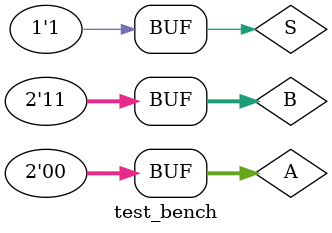
<source format=v>
`timescale 1ns / 1ps


module test_bench;

    reg [1:0]A, B;// bus inputs for 2 bit 2 to 1 muliplexer
    reg S; // selelct line for the MUX
    wire [1:0]Z; // output of the design

    MUX_2_bit_2_to_1 uut(
        .A(A),
        .B(B),
        .S(S),
        .Z(Z));// instentiation fo our design 
    
    initial begin //simulation start withtest cases
        A = 2'b00;
        B = 2'b11;
        S = 0; //case 1 in which bus one is slelected 
            #100 // 100 unit delay when 1 unit = 1ns
        A = 2'b01;
        B = 2'b10;
        S = 0; //2nd case
            #100
        A = 2'b10;
        B = 2'b01;
        S = 0;// 3rd case
            #100
        A = 2'b11;
        B = 2'b00;
        S = 0;//4th case
            #100
        A = 2'b11;
        B = 2'b00;
        S = 1;//5th case
            #100
        A = 2'b10;
        B = 2'b01;
        S = 1;//6th case
            #100
        A = 2'b01;
        B = 2'b10;
        S = 1;//7th case
            #100
        A = 2'b00;
        B = 2'b11;
        S = 1;//8th case
            #100;
    end
endmodule// end of the simulation 

</source>
